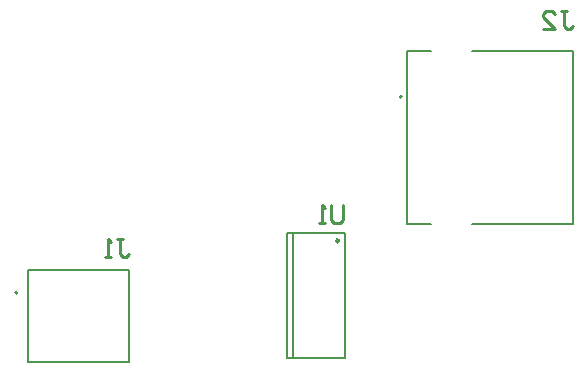
<source format=gbo>
G04*
G04 #@! TF.GenerationSoftware,Altium Limited,Altium Designer,18.0.9 (584)*
G04*
G04 Layer_Color=32896*
%FSLAX25Y25*%
%MOIN*%
G70*
G01*
G75*
%ADD10C,0.01000*%
%ADD11C,0.00787*%
%ADD12C,0.00984*%
%ADD13C,0.00500*%
D10*
X181701Y120498D02*
X183701D01*
X182701D01*
Y115500D01*
X183701Y114500D01*
X184700D01*
X185700Y115500D01*
X175703Y114500D02*
X179702D01*
X175703Y118499D01*
Y119498D01*
X176703Y120498D01*
X178702D01*
X179702Y119498D01*
X33717Y44277D02*
X35716D01*
X34717D01*
Y39278D01*
X35716Y38279D01*
X36716D01*
X37716Y39278D01*
X31718Y38279D02*
X29718D01*
X30718D01*
Y44277D01*
X31718Y43277D01*
X109200Y55798D02*
Y50800D01*
X108200Y49800D01*
X106201D01*
X105201Y50800D01*
Y55798D01*
X103202Y49800D02*
X101203D01*
X102202D01*
Y55798D01*
X103202Y54798D01*
D11*
X591Y26496D02*
G03*
X591Y26496I-394J0D01*
G01*
X128650Y91795D02*
G03*
X128650Y91795I-394J0D01*
G01*
X92445Y4634D02*
Y46366D01*
X90476Y4634D02*
Y46366D01*
X109768Y4634D02*
Y46366D01*
X90476D02*
X109768D01*
X90476Y4634D02*
X109768D01*
D12*
X107701Y43807D02*
G03*
X107701Y43807I-492J0D01*
G01*
D13*
X4134Y34173D02*
X37598D01*
X4134Y3228D02*
Y34173D01*
Y3228D02*
X37598D01*
Y34173D01*
X130512Y106949D02*
X138386D01*
X130512Y49350D02*
Y106949D01*
Y49350D02*
X138386D01*
X152205Y106949D02*
X185630D01*
Y49350D02*
Y106949D01*
X152205Y49350D02*
X185630D01*
M02*

</source>
